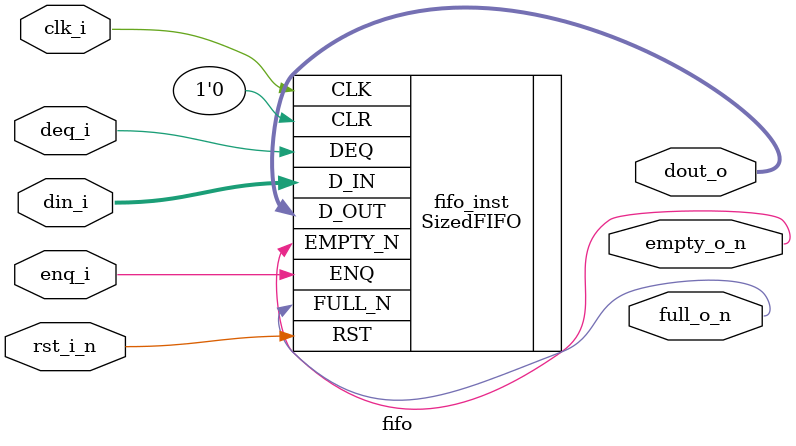
<source format=v>
`define BSV_ASSIGNMENT_DELAY #0

module fifo #(
  parameter DATA_WIDTH = 16,
  parameter FIFO_DEPTH = 3
)(
  input                       clk_i,
  input                       rst_i_n,

  input                       enq_i,
  input                       deq_i,

  input  [DATA_WIDTH - 1 : 0] din_i,
  output [DATA_WIDTH - 1 : 0] dout_o,

  output                      full_o_n,
  output                      empty_o_n
);

  SizedFIFO #(
    .p1width(DATA_WIDTH),
    .p2depth(FIFO_DEPTH + 1),           // +1 due to SizedFIFO implementation
    .p3cntr_width($clog2(FIFO_DEPTH))   // defined in SizedFIFO comments
  ) fifo_inst (
    .CLK(clk_i),
    .RST(rst_i_n),                      // active low, can toggle in SizedFIFO
    .D_IN(din_i),
    .ENQ(enq_i),
    .FULL_N(full_o_n),
    .D_OUT(dout_o),
    .DEQ(deq_i),
    .EMPTY_N(empty_o_n),
    .CLR(1'b0)
  );

endmodule

</source>
